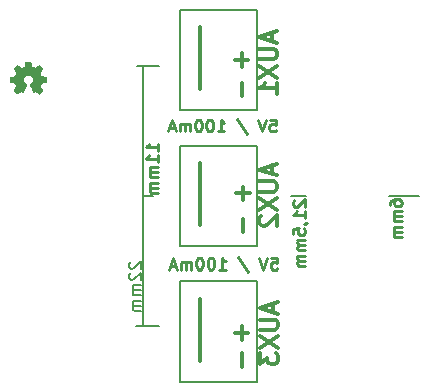
<source format=gbr>
G04 #@! TF.FileFunction,Legend,Bot*
%FSLAX46Y46*%
G04 Gerber Fmt 4.6, Leading zero omitted, Abs format (unit mm)*
G04 Created by KiCad (PCBNEW 4.0.4-stable) date 12/10/16 19:05:05*
%MOMM*%
%LPD*%
G01*
G04 APERTURE LIST*
%ADD10C,0.100000*%
%ADD11C,0.250000*%
%ADD12C,0.200000*%
%ADD13C,0.300000*%
%ADD14C,0.150000*%
%ADD15C,0.002540*%
G04 APERTURE END LIST*
D10*
D11*
X267727381Y-141291667D02*
X267727381Y-141101190D01*
X267775000Y-141005952D01*
X267822619Y-140958333D01*
X267965476Y-140863095D01*
X268155952Y-140815476D01*
X268536905Y-140815476D01*
X268632143Y-140863095D01*
X268679762Y-140910714D01*
X268727381Y-141005952D01*
X268727381Y-141196429D01*
X268679762Y-141291667D01*
X268632143Y-141339286D01*
X268536905Y-141386905D01*
X268298810Y-141386905D01*
X268203571Y-141339286D01*
X268155952Y-141291667D01*
X268108333Y-141196429D01*
X268108333Y-141005952D01*
X268155952Y-140910714D01*
X268203571Y-140863095D01*
X268298810Y-140815476D01*
X268727381Y-141815476D02*
X268060714Y-141815476D01*
X268155952Y-141815476D02*
X268108333Y-141863095D01*
X268060714Y-141958333D01*
X268060714Y-142101191D01*
X268108333Y-142196429D01*
X268203571Y-142244048D01*
X268727381Y-142244048D01*
X268203571Y-142244048D02*
X268108333Y-142291667D01*
X268060714Y-142386905D01*
X268060714Y-142529762D01*
X268108333Y-142625000D01*
X268203571Y-142672619D01*
X268727381Y-142672619D01*
X268727381Y-143148809D02*
X268060714Y-143148809D01*
X268155952Y-143148809D02*
X268108333Y-143196428D01*
X268060714Y-143291666D01*
X268060714Y-143434524D01*
X268108333Y-143529762D01*
X268203571Y-143577381D01*
X268727381Y-143577381D01*
X268203571Y-143577381D02*
X268108333Y-143625000D01*
X268060714Y-143720238D01*
X268060714Y-143863095D01*
X268108333Y-143958333D01*
X268203571Y-144005952D01*
X268727381Y-144005952D01*
D12*
X270175000Y-140500000D02*
X267700000Y-140500000D01*
X260675000Y-140500000D02*
X259400000Y-140500000D01*
D11*
X259647619Y-140865476D02*
X259600000Y-140913095D01*
X259552381Y-141008333D01*
X259552381Y-141246429D01*
X259600000Y-141341667D01*
X259647619Y-141389286D01*
X259742857Y-141436905D01*
X259838095Y-141436905D01*
X259980952Y-141389286D01*
X260552381Y-140817857D01*
X260552381Y-141436905D01*
X260552381Y-142389286D02*
X260552381Y-141817857D01*
X260552381Y-142103571D02*
X259552381Y-142103571D01*
X259695238Y-142008333D01*
X259790476Y-141913095D01*
X259838095Y-141817857D01*
X260504762Y-142865476D02*
X260552381Y-142865476D01*
X260647619Y-142817857D01*
X260695238Y-142770238D01*
X259552381Y-143770238D02*
X259552381Y-143294047D01*
X260028571Y-143246428D01*
X259980952Y-143294047D01*
X259933333Y-143389285D01*
X259933333Y-143627381D01*
X259980952Y-143722619D01*
X260028571Y-143770238D01*
X260123810Y-143817857D01*
X260361905Y-143817857D01*
X260457143Y-143770238D01*
X260504762Y-143722619D01*
X260552381Y-143627381D01*
X260552381Y-143389285D01*
X260504762Y-143294047D01*
X260457143Y-143246428D01*
X260552381Y-144246428D02*
X259885714Y-144246428D01*
X259980952Y-144246428D02*
X259933333Y-144294047D01*
X259885714Y-144389285D01*
X259885714Y-144532143D01*
X259933333Y-144627381D01*
X260028571Y-144675000D01*
X260552381Y-144675000D01*
X260028571Y-144675000D02*
X259933333Y-144722619D01*
X259885714Y-144817857D01*
X259885714Y-144960714D01*
X259933333Y-145055952D01*
X260028571Y-145103571D01*
X260552381Y-145103571D01*
X260552381Y-145579761D02*
X259885714Y-145579761D01*
X259980952Y-145579761D02*
X259933333Y-145627380D01*
X259885714Y-145722618D01*
X259885714Y-145865476D01*
X259933333Y-145960714D01*
X260028571Y-146008333D01*
X260552381Y-146008333D01*
X260028571Y-146008333D02*
X259933333Y-146055952D01*
X259885714Y-146151190D01*
X259885714Y-146294047D01*
X259933333Y-146389285D01*
X260028571Y-146436904D01*
X260552381Y-146436904D01*
X248077381Y-136686905D02*
X248077381Y-136115476D01*
X248077381Y-136401190D02*
X247077381Y-136401190D01*
X247220238Y-136305952D01*
X247315476Y-136210714D01*
X247363095Y-136115476D01*
X248077381Y-137639286D02*
X248077381Y-137067857D01*
X248077381Y-137353571D02*
X247077381Y-137353571D01*
X247220238Y-137258333D01*
X247315476Y-137163095D01*
X247363095Y-137067857D01*
X248077381Y-138067857D02*
X247410714Y-138067857D01*
X247505952Y-138067857D02*
X247458333Y-138115476D01*
X247410714Y-138210714D01*
X247410714Y-138353572D01*
X247458333Y-138448810D01*
X247553571Y-138496429D01*
X248077381Y-138496429D01*
X247553571Y-138496429D02*
X247458333Y-138544048D01*
X247410714Y-138639286D01*
X247410714Y-138782143D01*
X247458333Y-138877381D01*
X247553571Y-138925000D01*
X248077381Y-138925000D01*
X248077381Y-139401190D02*
X247410714Y-139401190D01*
X247505952Y-139401190D02*
X247458333Y-139448809D01*
X247410714Y-139544047D01*
X247410714Y-139686905D01*
X247458333Y-139782143D01*
X247553571Y-139829762D01*
X248077381Y-139829762D01*
X247553571Y-139829762D02*
X247458333Y-139877381D01*
X247410714Y-139972619D01*
X247410714Y-140115476D01*
X247458333Y-140210714D01*
X247553571Y-140258333D01*
X248077381Y-140258333D01*
D12*
X246875000Y-140500000D02*
X247675000Y-140500000D01*
X245747619Y-146115476D02*
X245700000Y-146163095D01*
X245652381Y-146258333D01*
X245652381Y-146496429D01*
X245700000Y-146591667D01*
X245747619Y-146639286D01*
X245842857Y-146686905D01*
X245938095Y-146686905D01*
X246080952Y-146639286D01*
X246652381Y-146067857D01*
X246652381Y-146686905D01*
X245747619Y-147067857D02*
X245700000Y-147115476D01*
X245652381Y-147210714D01*
X245652381Y-147448810D01*
X245700000Y-147544048D01*
X245747619Y-147591667D01*
X245842857Y-147639286D01*
X245938095Y-147639286D01*
X246080952Y-147591667D01*
X246652381Y-147020238D01*
X246652381Y-147639286D01*
X246652381Y-148067857D02*
X245985714Y-148067857D01*
X246080952Y-148067857D02*
X246033333Y-148115476D01*
X245985714Y-148210714D01*
X245985714Y-148353572D01*
X246033333Y-148448810D01*
X246128571Y-148496429D01*
X246652381Y-148496429D01*
X246128571Y-148496429D02*
X246033333Y-148544048D01*
X245985714Y-148639286D01*
X245985714Y-148782143D01*
X246033333Y-148877381D01*
X246128571Y-148925000D01*
X246652381Y-148925000D01*
X246652381Y-149401190D02*
X245985714Y-149401190D01*
X246080952Y-149401190D02*
X246033333Y-149448809D01*
X245985714Y-149544047D01*
X245985714Y-149686905D01*
X246033333Y-149782143D01*
X246128571Y-149829762D01*
X246652381Y-149829762D01*
X246128571Y-149829762D02*
X246033333Y-149877381D01*
X245985714Y-149972619D01*
X245985714Y-150115476D01*
X246033333Y-150210714D01*
X246128571Y-150258333D01*
X246652381Y-150258333D01*
X248175000Y-151500000D02*
X246225000Y-151500000D01*
X246875000Y-129500000D02*
X246875000Y-151500000D01*
X246325000Y-129500000D02*
X248175000Y-129500000D01*
D11*
X257685714Y-145752381D02*
X258161905Y-145752381D01*
X258209524Y-146228571D01*
X258161905Y-146180952D01*
X258066667Y-146133333D01*
X257828571Y-146133333D01*
X257733333Y-146180952D01*
X257685714Y-146228571D01*
X257638095Y-146323810D01*
X257638095Y-146561905D01*
X257685714Y-146657143D01*
X257733333Y-146704762D01*
X257828571Y-146752381D01*
X258066667Y-146752381D01*
X258161905Y-146704762D01*
X258209524Y-146657143D01*
X257352381Y-145752381D02*
X257019048Y-146752381D01*
X256685714Y-145752381D01*
X254876190Y-145704762D02*
X255733333Y-146990476D01*
X253257142Y-146752381D02*
X253828571Y-146752381D01*
X253542857Y-146752381D02*
X253542857Y-145752381D01*
X253638095Y-145895238D01*
X253733333Y-145990476D01*
X253828571Y-146038095D01*
X252638095Y-145752381D02*
X252542856Y-145752381D01*
X252447618Y-145800000D01*
X252399999Y-145847619D01*
X252352380Y-145942857D01*
X252304761Y-146133333D01*
X252304761Y-146371429D01*
X252352380Y-146561905D01*
X252399999Y-146657143D01*
X252447618Y-146704762D01*
X252542856Y-146752381D01*
X252638095Y-146752381D01*
X252733333Y-146704762D01*
X252780952Y-146657143D01*
X252828571Y-146561905D01*
X252876190Y-146371429D01*
X252876190Y-146133333D01*
X252828571Y-145942857D01*
X252780952Y-145847619D01*
X252733333Y-145800000D01*
X252638095Y-145752381D01*
X251685714Y-145752381D02*
X251590475Y-145752381D01*
X251495237Y-145800000D01*
X251447618Y-145847619D01*
X251399999Y-145942857D01*
X251352380Y-146133333D01*
X251352380Y-146371429D01*
X251399999Y-146561905D01*
X251447618Y-146657143D01*
X251495237Y-146704762D01*
X251590475Y-146752381D01*
X251685714Y-146752381D01*
X251780952Y-146704762D01*
X251828571Y-146657143D01*
X251876190Y-146561905D01*
X251923809Y-146371429D01*
X251923809Y-146133333D01*
X251876190Y-145942857D01*
X251828571Y-145847619D01*
X251780952Y-145800000D01*
X251685714Y-145752381D01*
X250923809Y-146752381D02*
X250923809Y-146085714D01*
X250923809Y-146180952D02*
X250876190Y-146133333D01*
X250780952Y-146085714D01*
X250638094Y-146085714D01*
X250542856Y-146133333D01*
X250495237Y-146228571D01*
X250495237Y-146752381D01*
X250495237Y-146228571D02*
X250447618Y-146133333D01*
X250352380Y-146085714D01*
X250209523Y-146085714D01*
X250114285Y-146133333D01*
X250066666Y-146228571D01*
X250066666Y-146752381D01*
X249638095Y-146466667D02*
X249161904Y-146466667D01*
X249733333Y-146752381D02*
X249400000Y-145752381D01*
X249066666Y-146752381D01*
X257585714Y-134052381D02*
X258061905Y-134052381D01*
X258109524Y-134528571D01*
X258061905Y-134480952D01*
X257966667Y-134433333D01*
X257728571Y-134433333D01*
X257633333Y-134480952D01*
X257585714Y-134528571D01*
X257538095Y-134623810D01*
X257538095Y-134861905D01*
X257585714Y-134957143D01*
X257633333Y-135004762D01*
X257728571Y-135052381D01*
X257966667Y-135052381D01*
X258061905Y-135004762D01*
X258109524Y-134957143D01*
X257252381Y-134052381D02*
X256919048Y-135052381D01*
X256585714Y-134052381D01*
X254776190Y-134004762D02*
X255633333Y-135290476D01*
X253157142Y-135052381D02*
X253728571Y-135052381D01*
X253442857Y-135052381D02*
X253442857Y-134052381D01*
X253538095Y-134195238D01*
X253633333Y-134290476D01*
X253728571Y-134338095D01*
X252538095Y-134052381D02*
X252442856Y-134052381D01*
X252347618Y-134100000D01*
X252299999Y-134147619D01*
X252252380Y-134242857D01*
X252204761Y-134433333D01*
X252204761Y-134671429D01*
X252252380Y-134861905D01*
X252299999Y-134957143D01*
X252347618Y-135004762D01*
X252442856Y-135052381D01*
X252538095Y-135052381D01*
X252633333Y-135004762D01*
X252680952Y-134957143D01*
X252728571Y-134861905D01*
X252776190Y-134671429D01*
X252776190Y-134433333D01*
X252728571Y-134242857D01*
X252680952Y-134147619D01*
X252633333Y-134100000D01*
X252538095Y-134052381D01*
X251585714Y-134052381D02*
X251490475Y-134052381D01*
X251395237Y-134100000D01*
X251347618Y-134147619D01*
X251299999Y-134242857D01*
X251252380Y-134433333D01*
X251252380Y-134671429D01*
X251299999Y-134861905D01*
X251347618Y-134957143D01*
X251395237Y-135004762D01*
X251490475Y-135052381D01*
X251585714Y-135052381D01*
X251680952Y-135004762D01*
X251728571Y-134957143D01*
X251776190Y-134861905D01*
X251823809Y-134671429D01*
X251823809Y-134433333D01*
X251776190Y-134242857D01*
X251728571Y-134147619D01*
X251680952Y-134100000D01*
X251585714Y-134052381D01*
X250823809Y-135052381D02*
X250823809Y-134385714D01*
X250823809Y-134480952D02*
X250776190Y-134433333D01*
X250680952Y-134385714D01*
X250538094Y-134385714D01*
X250442856Y-134433333D01*
X250395237Y-134528571D01*
X250395237Y-135052381D01*
X250395237Y-134528571D02*
X250347618Y-134433333D01*
X250252380Y-134385714D01*
X250109523Y-134385714D01*
X250014285Y-134433333D01*
X249966666Y-134528571D01*
X249966666Y-135052381D01*
X249538095Y-134766667D02*
X249061904Y-134766667D01*
X249633333Y-135052381D02*
X249300000Y-134052381D01*
X248966666Y-135052381D01*
D13*
X254628572Y-129007143D02*
X255771429Y-129007143D01*
X255200000Y-129578571D02*
X255200000Y-128435714D01*
X255207143Y-132071428D02*
X255207143Y-130928571D01*
X255207143Y-154971428D02*
X255207143Y-153828571D01*
X254628572Y-152107143D02*
X255771429Y-152107143D01*
X255200000Y-152678571D02*
X255200000Y-151535714D01*
X255307143Y-143571428D02*
X255307143Y-142428571D01*
X254728572Y-140307143D02*
X255871429Y-140307143D01*
X255300000Y-140878571D02*
X255300000Y-139735714D01*
X257775000Y-126703572D02*
X257775000Y-127417858D01*
X258203571Y-126560715D02*
X256703571Y-127060715D01*
X258203571Y-127560715D01*
X256703571Y-128060715D02*
X257917857Y-128060715D01*
X258060714Y-128132143D01*
X258132143Y-128203572D01*
X258203571Y-128346429D01*
X258203571Y-128632143D01*
X258132143Y-128775001D01*
X258060714Y-128846429D01*
X257917857Y-128917858D01*
X256703571Y-128917858D01*
X256703571Y-129489287D02*
X258203571Y-130489287D01*
X256703571Y-130489287D02*
X258203571Y-129489287D01*
X258203571Y-131846429D02*
X258203571Y-130989286D01*
X258203571Y-131417858D02*
X256703571Y-131417858D01*
X256917857Y-131275001D01*
X257060714Y-131132143D01*
X257132143Y-130989286D01*
X257750000Y-137928572D02*
X257750000Y-138642858D01*
X258178571Y-137785715D02*
X256678571Y-138285715D01*
X258178571Y-138785715D01*
X256678571Y-139285715D02*
X257892857Y-139285715D01*
X258035714Y-139357143D01*
X258107143Y-139428572D01*
X258178571Y-139571429D01*
X258178571Y-139857143D01*
X258107143Y-140000001D01*
X258035714Y-140071429D01*
X257892857Y-140142858D01*
X256678571Y-140142858D01*
X256678571Y-140714287D02*
X258178571Y-141714287D01*
X256678571Y-141714287D02*
X258178571Y-140714287D01*
X256821429Y-142214286D02*
X256750000Y-142285715D01*
X256678571Y-142428572D01*
X256678571Y-142785715D01*
X256750000Y-142928572D01*
X256821429Y-143000001D01*
X256964286Y-143071429D01*
X257107143Y-143071429D01*
X257321429Y-143000001D01*
X258178571Y-142142858D01*
X258178571Y-143071429D01*
X257850000Y-149628572D02*
X257850000Y-150342858D01*
X258278571Y-149485715D02*
X256778571Y-149985715D01*
X258278571Y-150485715D01*
X256778571Y-150985715D02*
X257992857Y-150985715D01*
X258135714Y-151057143D01*
X258207143Y-151128572D01*
X258278571Y-151271429D01*
X258278571Y-151557143D01*
X258207143Y-151700001D01*
X258135714Y-151771429D01*
X257992857Y-151842858D01*
X256778571Y-151842858D01*
X256778571Y-152414287D02*
X258278571Y-153414287D01*
X256778571Y-153414287D02*
X258278571Y-152414287D01*
X256778571Y-153842858D02*
X256778571Y-154771429D01*
X257350000Y-154271429D01*
X257350000Y-154485715D01*
X257421429Y-154628572D01*
X257492857Y-154700001D01*
X257635714Y-154771429D01*
X257992857Y-154771429D01*
X258135714Y-154700001D01*
X258207143Y-154628572D01*
X258278571Y-154485715D01*
X258278571Y-154057143D01*
X258207143Y-153914286D01*
X258135714Y-153842858D01*
X251650000Y-131500000D02*
X251650000Y-126250000D01*
D14*
X253250000Y-124750000D02*
X250000000Y-124750000D01*
X250000000Y-124750000D02*
X250000000Y-133250000D01*
X250000000Y-133250000D02*
X256500000Y-133250000D01*
X256500000Y-133250000D02*
X256500000Y-124750000D01*
X256500000Y-124750000D02*
X253250000Y-124750000D01*
D13*
X251650000Y-143000000D02*
X251650000Y-137750000D01*
D14*
X253250000Y-136250000D02*
X250000000Y-136250000D01*
X250000000Y-136250000D02*
X250000000Y-144750000D01*
X250000000Y-144750000D02*
X256500000Y-144750000D01*
X256500000Y-144750000D02*
X256500000Y-136250000D01*
X256500000Y-136250000D02*
X253250000Y-136250000D01*
D13*
X251650000Y-154500000D02*
X251650000Y-149250000D01*
D14*
X253250000Y-147750000D02*
X250000000Y-147750000D01*
X250000000Y-147750000D02*
X250000000Y-156250000D01*
X250000000Y-156250000D02*
X256500000Y-156250000D01*
X256500000Y-156250000D02*
X256500000Y-147750000D01*
X256500000Y-147750000D02*
X253250000Y-147750000D01*
D15*
G36*
X238009320Y-131846200D02*
X237991540Y-131838580D01*
X237958520Y-131815720D01*
X237907720Y-131782700D01*
X237849300Y-131744600D01*
X237788340Y-131703960D01*
X237740080Y-131670940D01*
X237704520Y-131648080D01*
X237691820Y-131640460D01*
X237684200Y-131643000D01*
X237656260Y-131658240D01*
X237615620Y-131678560D01*
X237590220Y-131691260D01*
X237552120Y-131706500D01*
X237534340Y-131711580D01*
X237531800Y-131706500D01*
X237516560Y-131676020D01*
X237496240Y-131627760D01*
X237468300Y-131561720D01*
X237435280Y-131485520D01*
X237399720Y-131404240D01*
X237366700Y-131320420D01*
X237333680Y-131241680D01*
X237303200Y-131168020D01*
X237280340Y-131109600D01*
X237265100Y-131068960D01*
X237257480Y-131051180D01*
X237260020Y-131048640D01*
X237277800Y-131030860D01*
X237310820Y-131005460D01*
X237381940Y-130947040D01*
X237453060Y-130860680D01*
X237496240Y-130761620D01*
X237508940Y-130649860D01*
X237498780Y-130548260D01*
X237458140Y-130451740D01*
X237389560Y-130362840D01*
X237305740Y-130296800D01*
X237209220Y-130256160D01*
X237100000Y-130243460D01*
X236995860Y-130253620D01*
X236896800Y-130294260D01*
X236807900Y-130360300D01*
X236769800Y-130403480D01*
X236719000Y-130494920D01*
X236688520Y-130588900D01*
X236685980Y-130611760D01*
X236691060Y-130718440D01*
X236721540Y-130820040D01*
X236777420Y-130908940D01*
X236853620Y-130982600D01*
X236863780Y-130990220D01*
X236899340Y-131018160D01*
X236924740Y-131035940D01*
X236942520Y-131051180D01*
X236807900Y-131373760D01*
X236787580Y-131424560D01*
X236749480Y-131513460D01*
X236719000Y-131589660D01*
X236691060Y-131650620D01*
X236673280Y-131691260D01*
X236665660Y-131706500D01*
X236665660Y-131706500D01*
X236652960Y-131709040D01*
X236630100Y-131701420D01*
X236584380Y-131678560D01*
X236553900Y-131663320D01*
X236520880Y-131648080D01*
X236505640Y-131640460D01*
X236490400Y-131648080D01*
X236457380Y-131668400D01*
X236411660Y-131701420D01*
X236353240Y-131739520D01*
X236297360Y-131777620D01*
X236246560Y-131810640D01*
X236211000Y-131836040D01*
X236193220Y-131843660D01*
X236190680Y-131843660D01*
X236172900Y-131836040D01*
X236144960Y-131810640D01*
X236101780Y-131770000D01*
X236038280Y-131709040D01*
X236028120Y-131698880D01*
X235977320Y-131648080D01*
X235936680Y-131602360D01*
X235908740Y-131571880D01*
X235898580Y-131559180D01*
X235898580Y-131559180D01*
X235908740Y-131541400D01*
X235931600Y-131503300D01*
X235964620Y-131452500D01*
X236005260Y-131391540D01*
X236111940Y-131236600D01*
X236053520Y-131091820D01*
X236035740Y-131046100D01*
X236012880Y-130990220D01*
X235995100Y-130952120D01*
X235987480Y-130934340D01*
X235969700Y-130929260D01*
X235931600Y-130919100D01*
X235873180Y-130908940D01*
X235802060Y-130896240D01*
X235736020Y-130883540D01*
X235677600Y-130870840D01*
X235634420Y-130863220D01*
X235614100Y-130860680D01*
X235609020Y-130855600D01*
X235606480Y-130847980D01*
X235603940Y-130827660D01*
X235601400Y-130789560D01*
X235601400Y-130733680D01*
X235601400Y-130649860D01*
X235601400Y-130642240D01*
X235601400Y-130563500D01*
X235603940Y-130500000D01*
X235606480Y-130461900D01*
X235609020Y-130444120D01*
X235609020Y-130444120D01*
X235626800Y-130439040D01*
X235669980Y-130431420D01*
X235728400Y-130418720D01*
X235799520Y-130406020D01*
X235804600Y-130406020D01*
X235875720Y-130390780D01*
X235934140Y-130378080D01*
X235977320Y-130370460D01*
X235995100Y-130362840D01*
X235997640Y-130357760D01*
X236012880Y-130329820D01*
X236033200Y-130286640D01*
X236056060Y-130233300D01*
X236078920Y-130177420D01*
X236099240Y-130126620D01*
X236111940Y-130091060D01*
X236117020Y-130073280D01*
X236117020Y-130073280D01*
X236106860Y-130055500D01*
X236081460Y-130019940D01*
X236045900Y-129969140D01*
X236005260Y-129908180D01*
X236002720Y-129903100D01*
X235962080Y-129842140D01*
X235929060Y-129791340D01*
X235906200Y-129755780D01*
X235898580Y-129740540D01*
X235898580Y-129738000D01*
X235911280Y-129720220D01*
X235941760Y-129687200D01*
X235987480Y-129641480D01*
X236038280Y-129588140D01*
X236056060Y-129572900D01*
X236114480Y-129514480D01*
X236155120Y-129478920D01*
X236180520Y-129458600D01*
X236190680Y-129453520D01*
X236193220Y-129453520D01*
X236211000Y-129463680D01*
X236249100Y-129489080D01*
X236299900Y-129524640D01*
X236360860Y-129565280D01*
X236363400Y-129567820D01*
X236424360Y-129608460D01*
X236475160Y-129644020D01*
X236510720Y-129666880D01*
X236525960Y-129674500D01*
X236528500Y-129674500D01*
X236551360Y-129669420D01*
X236594540Y-129654180D01*
X236647880Y-129633860D01*
X236703760Y-129611000D01*
X236754560Y-129590680D01*
X236790120Y-129572900D01*
X236807900Y-129562740D01*
X236810440Y-129562740D01*
X236815520Y-129539880D01*
X236825680Y-129494160D01*
X236838380Y-129433200D01*
X236853620Y-129359540D01*
X236856160Y-129349380D01*
X236868860Y-129275720D01*
X236879020Y-129217300D01*
X236889180Y-129176660D01*
X236891720Y-129158880D01*
X236901880Y-129158880D01*
X236937440Y-129156340D01*
X236990780Y-129153800D01*
X237056820Y-129153800D01*
X237122860Y-129153800D01*
X237188900Y-129153800D01*
X237244780Y-129156340D01*
X237285420Y-129158880D01*
X237303200Y-129163960D01*
X237303200Y-129163960D01*
X237308280Y-129186820D01*
X237318440Y-129230000D01*
X237331140Y-129293500D01*
X237346380Y-129367160D01*
X237348920Y-129379860D01*
X237361620Y-129450980D01*
X237374320Y-129509400D01*
X237381940Y-129550040D01*
X237387020Y-129565280D01*
X237392100Y-129567820D01*
X237422580Y-129583060D01*
X237470840Y-129600840D01*
X237529260Y-129626240D01*
X237666420Y-129682120D01*
X237834060Y-129565280D01*
X237849300Y-129555120D01*
X237910260Y-129514480D01*
X237961060Y-129481460D01*
X237996620Y-129458600D01*
X238009320Y-129450980D01*
X238011860Y-129450980D01*
X238027100Y-129466220D01*
X238060120Y-129496700D01*
X238105840Y-129542420D01*
X238159180Y-129593220D01*
X238199820Y-129633860D01*
X238245540Y-129679580D01*
X238273480Y-129712600D01*
X238291260Y-129732920D01*
X238296340Y-129745620D01*
X238293800Y-129753240D01*
X238283640Y-129771020D01*
X238258240Y-129806580D01*
X238225220Y-129859920D01*
X238184580Y-129918340D01*
X238149020Y-129969140D01*
X238113460Y-130025020D01*
X238090600Y-130065660D01*
X238080440Y-130083440D01*
X238082980Y-130093600D01*
X238095680Y-130126620D01*
X238116000Y-130174880D01*
X238141400Y-130235840D01*
X238199820Y-130367920D01*
X238286180Y-130385700D01*
X238339520Y-130395860D01*
X238413180Y-130408560D01*
X238484300Y-130423800D01*
X238596060Y-130444120D01*
X238598600Y-130847980D01*
X238580820Y-130855600D01*
X238565580Y-130860680D01*
X238524940Y-130870840D01*
X238466520Y-130881000D01*
X238397940Y-130893700D01*
X238336980Y-130906400D01*
X238278560Y-130916560D01*
X238235380Y-130924180D01*
X238217600Y-130929260D01*
X238212520Y-130934340D01*
X238197280Y-130964820D01*
X238176960Y-131010540D01*
X238154100Y-131063880D01*
X238128700Y-131122300D01*
X238108380Y-131173100D01*
X238093140Y-131213740D01*
X238088060Y-131234060D01*
X238095680Y-131249300D01*
X238118540Y-131284860D01*
X238151560Y-131335660D01*
X238192200Y-131394080D01*
X238232840Y-131452500D01*
X238265860Y-131503300D01*
X238291260Y-131538860D01*
X238298880Y-131556640D01*
X238293800Y-131566800D01*
X238270940Y-131594740D01*
X238227760Y-131640460D01*
X238161720Y-131706500D01*
X238149020Y-131716660D01*
X238098220Y-131767460D01*
X238052500Y-131808100D01*
X238022020Y-131836040D01*
X238009320Y-131846200D01*
X238009320Y-131846200D01*
G37*
X238009320Y-131846200D02*
X237991540Y-131838580D01*
X237958520Y-131815720D01*
X237907720Y-131782700D01*
X237849300Y-131744600D01*
X237788340Y-131703960D01*
X237740080Y-131670940D01*
X237704520Y-131648080D01*
X237691820Y-131640460D01*
X237684200Y-131643000D01*
X237656260Y-131658240D01*
X237615620Y-131678560D01*
X237590220Y-131691260D01*
X237552120Y-131706500D01*
X237534340Y-131711580D01*
X237531800Y-131706500D01*
X237516560Y-131676020D01*
X237496240Y-131627760D01*
X237468300Y-131561720D01*
X237435280Y-131485520D01*
X237399720Y-131404240D01*
X237366700Y-131320420D01*
X237333680Y-131241680D01*
X237303200Y-131168020D01*
X237280340Y-131109600D01*
X237265100Y-131068960D01*
X237257480Y-131051180D01*
X237260020Y-131048640D01*
X237277800Y-131030860D01*
X237310820Y-131005460D01*
X237381940Y-130947040D01*
X237453060Y-130860680D01*
X237496240Y-130761620D01*
X237508940Y-130649860D01*
X237498780Y-130548260D01*
X237458140Y-130451740D01*
X237389560Y-130362840D01*
X237305740Y-130296800D01*
X237209220Y-130256160D01*
X237100000Y-130243460D01*
X236995860Y-130253620D01*
X236896800Y-130294260D01*
X236807900Y-130360300D01*
X236769800Y-130403480D01*
X236719000Y-130494920D01*
X236688520Y-130588900D01*
X236685980Y-130611760D01*
X236691060Y-130718440D01*
X236721540Y-130820040D01*
X236777420Y-130908940D01*
X236853620Y-130982600D01*
X236863780Y-130990220D01*
X236899340Y-131018160D01*
X236924740Y-131035940D01*
X236942520Y-131051180D01*
X236807900Y-131373760D01*
X236787580Y-131424560D01*
X236749480Y-131513460D01*
X236719000Y-131589660D01*
X236691060Y-131650620D01*
X236673280Y-131691260D01*
X236665660Y-131706500D01*
X236665660Y-131706500D01*
X236652960Y-131709040D01*
X236630100Y-131701420D01*
X236584380Y-131678560D01*
X236553900Y-131663320D01*
X236520880Y-131648080D01*
X236505640Y-131640460D01*
X236490400Y-131648080D01*
X236457380Y-131668400D01*
X236411660Y-131701420D01*
X236353240Y-131739520D01*
X236297360Y-131777620D01*
X236246560Y-131810640D01*
X236211000Y-131836040D01*
X236193220Y-131843660D01*
X236190680Y-131843660D01*
X236172900Y-131836040D01*
X236144960Y-131810640D01*
X236101780Y-131770000D01*
X236038280Y-131709040D01*
X236028120Y-131698880D01*
X235977320Y-131648080D01*
X235936680Y-131602360D01*
X235908740Y-131571880D01*
X235898580Y-131559180D01*
X235898580Y-131559180D01*
X235908740Y-131541400D01*
X235931600Y-131503300D01*
X235964620Y-131452500D01*
X236005260Y-131391540D01*
X236111940Y-131236600D01*
X236053520Y-131091820D01*
X236035740Y-131046100D01*
X236012880Y-130990220D01*
X235995100Y-130952120D01*
X235987480Y-130934340D01*
X235969700Y-130929260D01*
X235931600Y-130919100D01*
X235873180Y-130908940D01*
X235802060Y-130896240D01*
X235736020Y-130883540D01*
X235677600Y-130870840D01*
X235634420Y-130863220D01*
X235614100Y-130860680D01*
X235609020Y-130855600D01*
X235606480Y-130847980D01*
X235603940Y-130827660D01*
X235601400Y-130789560D01*
X235601400Y-130733680D01*
X235601400Y-130649860D01*
X235601400Y-130642240D01*
X235601400Y-130563500D01*
X235603940Y-130500000D01*
X235606480Y-130461900D01*
X235609020Y-130444120D01*
X235609020Y-130444120D01*
X235626800Y-130439040D01*
X235669980Y-130431420D01*
X235728400Y-130418720D01*
X235799520Y-130406020D01*
X235804600Y-130406020D01*
X235875720Y-130390780D01*
X235934140Y-130378080D01*
X235977320Y-130370460D01*
X235995100Y-130362840D01*
X235997640Y-130357760D01*
X236012880Y-130329820D01*
X236033200Y-130286640D01*
X236056060Y-130233300D01*
X236078920Y-130177420D01*
X236099240Y-130126620D01*
X236111940Y-130091060D01*
X236117020Y-130073280D01*
X236117020Y-130073280D01*
X236106860Y-130055500D01*
X236081460Y-130019940D01*
X236045900Y-129969140D01*
X236005260Y-129908180D01*
X236002720Y-129903100D01*
X235962080Y-129842140D01*
X235929060Y-129791340D01*
X235906200Y-129755780D01*
X235898580Y-129740540D01*
X235898580Y-129738000D01*
X235911280Y-129720220D01*
X235941760Y-129687200D01*
X235987480Y-129641480D01*
X236038280Y-129588140D01*
X236056060Y-129572900D01*
X236114480Y-129514480D01*
X236155120Y-129478920D01*
X236180520Y-129458600D01*
X236190680Y-129453520D01*
X236193220Y-129453520D01*
X236211000Y-129463680D01*
X236249100Y-129489080D01*
X236299900Y-129524640D01*
X236360860Y-129565280D01*
X236363400Y-129567820D01*
X236424360Y-129608460D01*
X236475160Y-129644020D01*
X236510720Y-129666880D01*
X236525960Y-129674500D01*
X236528500Y-129674500D01*
X236551360Y-129669420D01*
X236594540Y-129654180D01*
X236647880Y-129633860D01*
X236703760Y-129611000D01*
X236754560Y-129590680D01*
X236790120Y-129572900D01*
X236807900Y-129562740D01*
X236810440Y-129562740D01*
X236815520Y-129539880D01*
X236825680Y-129494160D01*
X236838380Y-129433200D01*
X236853620Y-129359540D01*
X236856160Y-129349380D01*
X236868860Y-129275720D01*
X236879020Y-129217300D01*
X236889180Y-129176660D01*
X236891720Y-129158880D01*
X236901880Y-129158880D01*
X236937440Y-129156340D01*
X236990780Y-129153800D01*
X237056820Y-129153800D01*
X237122860Y-129153800D01*
X237188900Y-129153800D01*
X237244780Y-129156340D01*
X237285420Y-129158880D01*
X237303200Y-129163960D01*
X237303200Y-129163960D01*
X237308280Y-129186820D01*
X237318440Y-129230000D01*
X237331140Y-129293500D01*
X237346380Y-129367160D01*
X237348920Y-129379860D01*
X237361620Y-129450980D01*
X237374320Y-129509400D01*
X237381940Y-129550040D01*
X237387020Y-129565280D01*
X237392100Y-129567820D01*
X237422580Y-129583060D01*
X237470840Y-129600840D01*
X237529260Y-129626240D01*
X237666420Y-129682120D01*
X237834060Y-129565280D01*
X237849300Y-129555120D01*
X237910260Y-129514480D01*
X237961060Y-129481460D01*
X237996620Y-129458600D01*
X238009320Y-129450980D01*
X238011860Y-129450980D01*
X238027100Y-129466220D01*
X238060120Y-129496700D01*
X238105840Y-129542420D01*
X238159180Y-129593220D01*
X238199820Y-129633860D01*
X238245540Y-129679580D01*
X238273480Y-129712600D01*
X238291260Y-129732920D01*
X238296340Y-129745620D01*
X238293800Y-129753240D01*
X238283640Y-129771020D01*
X238258240Y-129806580D01*
X238225220Y-129859920D01*
X238184580Y-129918340D01*
X238149020Y-129969140D01*
X238113460Y-130025020D01*
X238090600Y-130065660D01*
X238080440Y-130083440D01*
X238082980Y-130093600D01*
X238095680Y-130126620D01*
X238116000Y-130174880D01*
X238141400Y-130235840D01*
X238199820Y-130367920D01*
X238286180Y-130385700D01*
X238339520Y-130395860D01*
X238413180Y-130408560D01*
X238484300Y-130423800D01*
X238596060Y-130444120D01*
X238598600Y-130847980D01*
X238580820Y-130855600D01*
X238565580Y-130860680D01*
X238524940Y-130870840D01*
X238466520Y-130881000D01*
X238397940Y-130893700D01*
X238336980Y-130906400D01*
X238278560Y-130916560D01*
X238235380Y-130924180D01*
X238217600Y-130929260D01*
X238212520Y-130934340D01*
X238197280Y-130964820D01*
X238176960Y-131010540D01*
X238154100Y-131063880D01*
X238128700Y-131122300D01*
X238108380Y-131173100D01*
X238093140Y-131213740D01*
X238088060Y-131234060D01*
X238095680Y-131249300D01*
X238118540Y-131284860D01*
X238151560Y-131335660D01*
X238192200Y-131394080D01*
X238232840Y-131452500D01*
X238265860Y-131503300D01*
X238291260Y-131538860D01*
X238298880Y-131556640D01*
X238293800Y-131566800D01*
X238270940Y-131594740D01*
X238227760Y-131640460D01*
X238161720Y-131706500D01*
X238149020Y-131716660D01*
X238098220Y-131767460D01*
X238052500Y-131808100D01*
X238022020Y-131836040D01*
X238009320Y-131846200D01*
M02*

</source>
